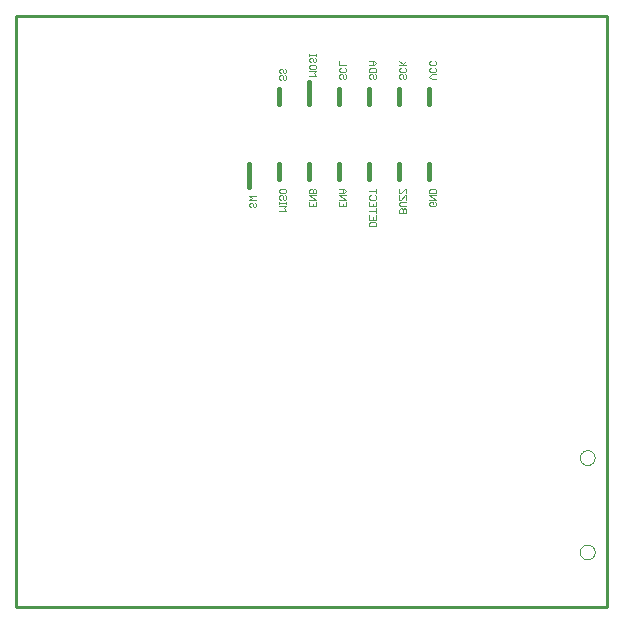
<source format=gbo>
G75*
%MOIN*%
%OFA0B0*%
%FSLAX24Y24*%
%IPPOS*%
%LPD*%
%AMOC8*
5,1,8,0,0,1.08239X$1,22.5*
%
%ADD10C,0.0100*%
%ADD11C,0.0020*%
%ADD12C,0.0160*%
%ADD13C,0.0000*%
D10*
X000250Y000180D02*
X000250Y019865D01*
X019935Y019865D01*
X019935Y000180D01*
X000250Y000180D01*
D11*
X012020Y012864D02*
X012020Y012974D01*
X012057Y013011D01*
X012203Y013011D01*
X012240Y012974D01*
X012240Y012864D01*
X012020Y012864D01*
X012020Y013085D02*
X012020Y013232D01*
X012130Y013158D02*
X012130Y013085D01*
X012240Y013085D02*
X012020Y013085D01*
X012020Y013379D02*
X012240Y013379D01*
X012240Y013306D02*
X012240Y013453D01*
X012240Y013527D02*
X012020Y013527D01*
X012020Y013674D01*
X012057Y013748D02*
X012020Y013785D01*
X012020Y013858D01*
X012057Y013895D01*
X012203Y013895D02*
X012240Y013858D01*
X012240Y013785D01*
X012203Y013748D01*
X012057Y013748D01*
X012130Y013600D02*
X012130Y013527D01*
X012240Y013527D02*
X012240Y013674D01*
X012240Y013969D02*
X012240Y014116D01*
X012240Y014042D02*
X012020Y014042D01*
X011240Y014042D02*
X011167Y014116D01*
X011020Y014116D01*
X011130Y014116D02*
X011130Y013969D01*
X011167Y013969D02*
X011240Y014042D01*
X011167Y013969D02*
X011020Y013969D01*
X011020Y013895D02*
X011240Y013895D01*
X011240Y013748D02*
X011020Y013748D01*
X011020Y013674D02*
X011020Y013527D01*
X011240Y013527D01*
X011240Y013674D01*
X011240Y013748D02*
X011020Y013895D01*
X011130Y013600D02*
X011130Y013527D01*
X010240Y013527D02*
X010020Y013527D01*
X010020Y013674D01*
X010020Y013748D02*
X010240Y013748D01*
X010020Y013895D01*
X010240Y013895D01*
X010240Y013969D02*
X010240Y014079D01*
X010203Y014116D01*
X010167Y014116D01*
X010130Y014079D01*
X010130Y013969D01*
X010020Y013969D02*
X010240Y013969D01*
X010130Y014079D02*
X010093Y014116D01*
X010057Y014116D01*
X010020Y014079D01*
X010020Y013969D01*
X010240Y013674D02*
X010240Y013527D01*
X010130Y013527D02*
X010130Y013600D01*
X009240Y013601D02*
X009240Y013674D01*
X009240Y013637D02*
X009020Y013637D01*
X009020Y013601D02*
X009020Y013674D01*
X009057Y013748D02*
X009020Y013785D01*
X009020Y013858D01*
X009057Y013895D01*
X009093Y013895D01*
X009130Y013858D01*
X009130Y013785D01*
X009167Y013748D01*
X009203Y013748D01*
X009240Y013785D01*
X009240Y013858D01*
X009203Y013895D01*
X009203Y013969D02*
X009057Y013969D01*
X009020Y014006D01*
X009020Y014079D01*
X009057Y014116D01*
X009203Y014116D01*
X009240Y014079D01*
X009240Y014006D01*
X009203Y013969D01*
X009240Y013526D02*
X009020Y013526D01*
X009020Y013380D02*
X009240Y013380D01*
X009167Y013453D01*
X009240Y013526D01*
X008240Y013535D02*
X008203Y013498D01*
X008167Y013498D01*
X008130Y013535D01*
X008130Y013608D01*
X008093Y013645D01*
X008057Y013645D01*
X008020Y013608D01*
X008020Y013535D01*
X008057Y013498D01*
X008240Y013535D02*
X008240Y013608D01*
X008203Y013645D01*
X008240Y013719D02*
X008020Y013719D01*
X008093Y013792D01*
X008020Y013866D01*
X008240Y013866D01*
X009057Y017748D02*
X009020Y017785D01*
X009020Y017858D01*
X009057Y017895D01*
X009093Y017895D01*
X009130Y017858D01*
X009130Y017785D01*
X009167Y017748D01*
X009203Y017748D01*
X009240Y017785D01*
X009240Y017858D01*
X009203Y017895D01*
X009203Y017969D02*
X009167Y017969D01*
X009130Y018006D01*
X009130Y018079D01*
X009093Y018116D01*
X009057Y018116D01*
X009020Y018079D01*
X009020Y018006D01*
X009057Y017969D01*
X009203Y017969D02*
X009240Y018006D01*
X009240Y018079D01*
X009203Y018116D01*
X010020Y018137D02*
X010020Y018211D01*
X010057Y018247D01*
X010203Y018247D01*
X010240Y018211D01*
X010240Y018137D01*
X010203Y018101D01*
X010057Y018101D01*
X010020Y018137D01*
X010020Y018026D02*
X010240Y018026D01*
X010167Y017953D01*
X010240Y017880D01*
X010020Y017880D01*
X010057Y018322D02*
X010020Y018358D01*
X010020Y018432D01*
X010057Y018468D01*
X010093Y018468D01*
X010130Y018432D01*
X010130Y018358D01*
X010167Y018322D01*
X010203Y018322D01*
X010240Y018358D01*
X010240Y018432D01*
X010203Y018468D01*
X010240Y018543D02*
X010240Y018616D01*
X010240Y018579D02*
X010020Y018579D01*
X010020Y018543D02*
X010020Y018616D01*
X011020Y018366D02*
X011020Y018219D01*
X011240Y018219D01*
X011203Y018145D02*
X011240Y018108D01*
X011240Y018035D01*
X011203Y017998D01*
X011057Y017998D01*
X011020Y018035D01*
X011020Y018108D01*
X011057Y018145D01*
X011057Y017924D02*
X011020Y017887D01*
X011020Y017814D01*
X011057Y017777D01*
X011130Y017814D02*
X011167Y017777D01*
X011203Y017777D01*
X011240Y017814D01*
X011240Y017887D01*
X011203Y017924D01*
X011130Y017887D02*
X011093Y017924D01*
X011057Y017924D01*
X011130Y017887D02*
X011130Y017814D01*
X012020Y017814D02*
X012057Y017777D01*
X012020Y017814D02*
X012020Y017887D01*
X012057Y017924D01*
X012093Y017924D01*
X012130Y017887D01*
X012130Y017814D01*
X012167Y017777D01*
X012203Y017777D01*
X012240Y017814D01*
X012240Y017887D01*
X012203Y017924D01*
X012240Y017998D02*
X012240Y018108D01*
X012203Y018145D01*
X012057Y018145D01*
X012020Y018108D01*
X012020Y017998D01*
X012240Y017998D01*
X012167Y018219D02*
X012020Y018219D01*
X012130Y018219D02*
X012130Y018366D01*
X012167Y018366D02*
X012020Y018366D01*
X012167Y018366D02*
X012240Y018292D01*
X012167Y018219D01*
X013020Y018219D02*
X013240Y018219D01*
X013203Y018145D02*
X013240Y018108D01*
X013240Y018035D01*
X013203Y017998D01*
X013057Y017998D01*
X013020Y018035D01*
X013020Y018108D01*
X013057Y018145D01*
X013093Y018219D02*
X013240Y018366D01*
X013130Y018256D02*
X013020Y018366D01*
X013057Y017924D02*
X013020Y017887D01*
X013020Y017814D01*
X013057Y017777D01*
X013130Y017814D02*
X013130Y017887D01*
X013093Y017924D01*
X013057Y017924D01*
X013130Y017814D02*
X013167Y017777D01*
X013203Y017777D01*
X013240Y017814D01*
X013240Y017887D01*
X013203Y017924D01*
X014020Y017850D02*
X014093Y017777D01*
X014240Y017777D01*
X014240Y017924D02*
X014093Y017924D01*
X014020Y017850D01*
X014057Y017998D02*
X014020Y018035D01*
X014020Y018108D01*
X014057Y018145D01*
X014057Y018219D02*
X014020Y018256D01*
X014020Y018329D01*
X014057Y018366D01*
X014203Y018366D02*
X014240Y018329D01*
X014240Y018256D01*
X014203Y018219D01*
X014057Y018219D01*
X014203Y018145D02*
X014240Y018108D01*
X014240Y018035D01*
X014203Y017998D01*
X014057Y017998D01*
X014057Y014116D02*
X014203Y014116D01*
X014240Y014079D01*
X014240Y013969D01*
X014020Y013969D01*
X014020Y014079D01*
X014057Y014116D01*
X014020Y013895D02*
X014240Y013895D01*
X014240Y013748D02*
X014020Y013748D01*
X014057Y013674D02*
X014130Y013674D01*
X014130Y013600D01*
X014057Y013527D02*
X014020Y013564D01*
X014020Y013637D01*
X014057Y013674D01*
X014203Y013674D02*
X014240Y013637D01*
X014240Y013564D01*
X014203Y013527D01*
X014057Y013527D01*
X014240Y013748D02*
X014020Y013895D01*
X013240Y013895D02*
X013240Y013748D01*
X013240Y013674D02*
X013057Y013674D01*
X013020Y013637D01*
X013020Y013564D01*
X013057Y013527D01*
X013240Y013527D01*
X013203Y013453D02*
X013167Y013453D01*
X013130Y013416D01*
X013130Y013306D01*
X013020Y013306D02*
X013240Y013306D01*
X013240Y013416D01*
X013203Y013453D01*
X013130Y013416D02*
X013093Y013453D01*
X013057Y013453D01*
X013020Y013416D01*
X013020Y013306D01*
X013020Y013748D02*
X013020Y013895D01*
X013020Y013969D02*
X013020Y014116D01*
X013020Y013969D02*
X013057Y013969D01*
X013203Y014116D01*
X013240Y014116D01*
X013240Y013969D01*
X013240Y013895D02*
X013203Y013895D01*
X013057Y013748D01*
X013020Y013748D01*
X012240Y013232D02*
X012240Y013085D01*
D12*
X012000Y014430D02*
X012000Y014930D01*
X011000Y014930D02*
X011000Y014430D01*
X010000Y014430D02*
X010000Y014930D01*
X009000Y014930D02*
X009000Y014430D01*
X008000Y014180D02*
X008000Y014930D01*
X009000Y016930D02*
X009000Y017430D01*
X010000Y017680D02*
X010000Y016930D01*
X011000Y016930D02*
X011000Y017430D01*
X012000Y017430D02*
X012000Y016930D01*
X013000Y016930D02*
X013000Y017430D01*
X014000Y017430D02*
X014000Y016930D01*
X014000Y014930D02*
X014000Y014430D01*
X013000Y014430D02*
X013000Y014930D01*
D13*
X019034Y005150D02*
X019036Y005181D01*
X019042Y005211D01*
X019051Y005241D01*
X019064Y005269D01*
X019081Y005295D01*
X019101Y005318D01*
X019123Y005340D01*
X019148Y005358D01*
X019175Y005373D01*
X019204Y005384D01*
X019234Y005392D01*
X019265Y005396D01*
X019295Y005396D01*
X019326Y005392D01*
X019356Y005384D01*
X019385Y005373D01*
X019412Y005358D01*
X019437Y005340D01*
X019459Y005318D01*
X019479Y005295D01*
X019496Y005269D01*
X019509Y005241D01*
X019518Y005211D01*
X019524Y005181D01*
X019526Y005150D01*
X019524Y005119D01*
X019518Y005089D01*
X019509Y005059D01*
X019496Y005031D01*
X019479Y005005D01*
X019459Y004982D01*
X019437Y004960D01*
X019412Y004942D01*
X019385Y004927D01*
X019356Y004916D01*
X019326Y004908D01*
X019295Y004904D01*
X019265Y004904D01*
X019234Y004908D01*
X019204Y004916D01*
X019175Y004927D01*
X019148Y004942D01*
X019123Y004960D01*
X019101Y004982D01*
X019081Y005005D01*
X019064Y005031D01*
X019051Y005059D01*
X019042Y005089D01*
X019036Y005119D01*
X019034Y005150D01*
X019034Y002001D02*
X019036Y002032D01*
X019042Y002062D01*
X019051Y002092D01*
X019064Y002120D01*
X019081Y002146D01*
X019101Y002169D01*
X019123Y002191D01*
X019148Y002209D01*
X019175Y002224D01*
X019204Y002235D01*
X019234Y002243D01*
X019265Y002247D01*
X019295Y002247D01*
X019326Y002243D01*
X019356Y002235D01*
X019385Y002224D01*
X019412Y002209D01*
X019437Y002191D01*
X019459Y002169D01*
X019479Y002146D01*
X019496Y002120D01*
X019509Y002092D01*
X019518Y002062D01*
X019524Y002032D01*
X019526Y002001D01*
X019524Y001970D01*
X019518Y001940D01*
X019509Y001910D01*
X019496Y001882D01*
X019479Y001856D01*
X019459Y001833D01*
X019437Y001811D01*
X019412Y001793D01*
X019385Y001778D01*
X019356Y001767D01*
X019326Y001759D01*
X019295Y001755D01*
X019265Y001755D01*
X019234Y001759D01*
X019204Y001767D01*
X019175Y001778D01*
X019148Y001793D01*
X019123Y001811D01*
X019101Y001833D01*
X019081Y001856D01*
X019064Y001882D01*
X019051Y001910D01*
X019042Y001940D01*
X019036Y001970D01*
X019034Y002001D01*
M02*

</source>
